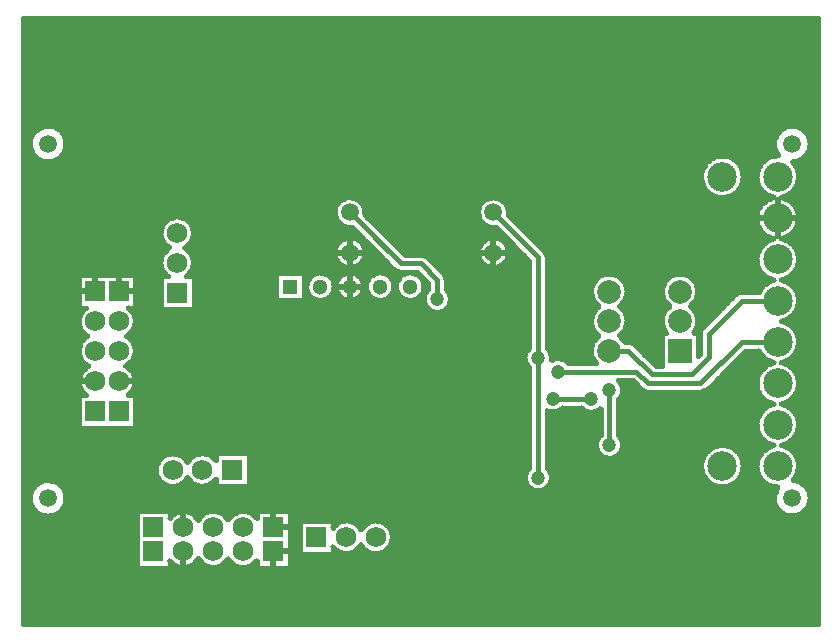
<source format=gbl>
%FSLAX42Y42*%
%MOMM*%
G71*
G01*
G75*
G04 Layer_Physical_Order=2*
%ADD10O,2.00X0.50*%
%ADD11O,0.50X2.00*%
%ADD12R,0.50X2.00*%
%ADD13R,0.80X0.95*%
%ADD14R,0.90X0.95*%
%ADD15R,0.95X0.90*%
%ADD16R,0.95X0.80*%
%ADD17O,2.00X0.60*%
%ADD18R,2.00X0.50*%
%ADD19R,0.91X0.91*%
%ADD20R,1.27X0.91*%
%ADD21R,1.50X1.25*%
%ADD22R,2.30X1.90*%
%ADD23C,0.50*%
%ADD24C,1.75*%
%ADD25R,1.75X1.75*%
%ADD26C,2.50*%
%ADD27C,1.50*%
%ADD28C,2.00*%
%ADD29R,2.00X2.00*%
%ADD30C,1.30*%
%ADD31R,1.30X1.30*%
%ADD32C,1.20*%
%ADD33C,0.45*%
D23*
X7628Y3372D02*
Y3528D01*
Y3372D02*
X7782D01*
X7628Y3217D02*
Y3372D01*
X7472D02*
X7628D01*
X5220Y3080D02*
Y3185D01*
Y3080D02*
X5325D01*
X5115D02*
X5220D01*
Y2975D02*
Y3080D01*
X4005D02*
Y3185D01*
Y3080D02*
X4110D01*
X4005Y2975D02*
Y3080D01*
X3900D02*
X4005D01*
X4005Y2792D02*
Y2888D01*
Y2792D02*
X4100D01*
X3910D02*
X4005D01*
Y2698D02*
Y2792D01*
X2050Y2752D02*
Y2870D01*
Y2752D02*
X2167D01*
X1850D02*
Y2870D01*
X1733Y2752D02*
X1850D01*
X2050Y1990D02*
X2167D01*
X1733D02*
X1850D01*
X3355Y753D02*
Y870D01*
Y753D02*
X3472D01*
X3355Y550D02*
X3472D01*
X3355Y432D02*
Y550D01*
X2595Y753D02*
Y870D01*
Y432D02*
Y550D01*
D24*
X4225Y670D02*
D03*
X3975D02*
D03*
X2542Y2995D02*
D03*
Y3245D02*
D03*
X2755Y1240D02*
D03*
X2505D02*
D03*
X1850Y2498D02*
D03*
Y2248D02*
D03*
Y1990D02*
D03*
X2050D02*
D03*
Y2248D02*
D03*
Y2498D02*
D03*
X2595Y753D02*
D03*
X2850D02*
D03*
X3100D02*
D03*
X2595Y550D02*
D03*
X2850D02*
D03*
X3100D02*
D03*
D25*
X3720Y670D02*
D03*
X2542Y2740D02*
D03*
X3010Y1240D02*
D03*
X1850Y2752D02*
D03*
Y1735D02*
D03*
X2050D02*
D03*
Y2752D02*
D03*
X2340Y753D02*
D03*
X3355D02*
D03*
X2340Y550D02*
D03*
X3355D02*
D03*
D26*
X7157Y3722D02*
D03*
Y1273D02*
D03*
X7628Y1973D02*
D03*
Y1623D02*
D03*
Y1273D02*
D03*
Y3023D02*
D03*
Y2673D02*
D03*
Y2323D02*
D03*
Y3722D02*
D03*
Y3372D02*
D03*
D27*
X7750Y1000D02*
D03*
Y4000D02*
D03*
X1450Y1000D02*
D03*
Y4000D02*
D03*
X5220Y3080D02*
D03*
X4005D02*
D03*
Y3420D02*
D03*
X5220Y3420D02*
D03*
D28*
X6200Y2250D02*
D03*
Y2500D02*
D03*
X6800D02*
D03*
Y2750D02*
D03*
X6200D02*
D03*
D29*
X6800Y2250D02*
D03*
D30*
X4515Y2792D02*
D03*
X4260D02*
D03*
X4005D02*
D03*
X3755D02*
D03*
D31*
X3500D02*
D03*
D32*
X4745Y2685D02*
D03*
X5728Y1840D02*
D03*
X6050D02*
D03*
X6203Y1915D02*
D03*
Y1450D02*
D03*
X5600Y1175D02*
D03*
Y2190D02*
D03*
X5767Y2073D02*
D03*
X4620Y3662D02*
D03*
X4515Y3165D02*
D03*
X4703D02*
D03*
X4953Y2750D02*
D03*
Y1858D02*
D03*
X4620Y970D02*
D03*
X5933Y3322D02*
D03*
X3342Y3073D02*
D03*
X3725Y3127D02*
D03*
D33*
X7903Y4000D02*
G03*
X7635Y3900I-152J0D01*
G01*
X7753Y3848D02*
G03*
X7903Y4000I-3J152D01*
G01*
X7805Y3722D02*
G03*
X7753Y3848I-177J0D01*
G01*
X7657Y3547D02*
G03*
X7805Y3722I-30J175D01*
G01*
Y3372D02*
G03*
X7657Y3547I-177J0D01*
G01*
X7657Y3198D02*
G03*
X7805Y3372I-30J175D01*
G01*
X7635Y3900D02*
G03*
X7598Y3547I-8J-177D01*
G01*
X7335Y3722D02*
G03*
X7335Y3722I-177J0D01*
G01*
X7598Y3547D02*
G03*
X7598Y3198I30J-175D01*
G01*
X7805Y3023D02*
G03*
X7657Y3198I-177J0D01*
G01*
Y2848D02*
G03*
X7805Y3023I-30J175D01*
G01*
Y2673D02*
G03*
X7657Y2848I-177J0D01*
G01*
Y2498D02*
G03*
X7805Y2673I-30J175D01*
G01*
X7598Y3198D02*
G03*
X7598Y2848I30J-175D01*
G01*
Y2848D02*
G03*
X7467Y2748I30J-175D01*
G01*
X7322D02*
G03*
X7269Y2726I0J-75D01*
G01*
X7322Y2748D02*
G03*
X7269Y2726I0J-75D01*
G01*
X5346Y3400D02*
G03*
X5347Y3420I-126J20D01*
G01*
X5675Y3040D02*
G03*
X5653Y3093I-75J0D01*
G01*
X5675Y3040D02*
G03*
X5653Y3093I-75J0D01*
G01*
X5347Y3420D02*
G03*
X5240Y3294I-127J0D01*
G01*
X5347Y3080D02*
G03*
X5347Y3080I-127J0D01*
G01*
X4661Y3041D02*
G03*
X4608Y3062I-53J-53D01*
G01*
X4661Y3041D02*
G03*
X4608Y3062I-53J-53D01*
G01*
X4382Y2934D02*
G03*
X4435Y2912I53J53D01*
G01*
X4382Y2934D02*
G03*
X4435Y2912I53J53D01*
G01*
X6953Y2750D02*
G03*
X6713Y2625I-152J0D01*
G01*
X6887D02*
G03*
X6953Y2750I-87J125D01*
G01*
X6353D02*
G03*
X6113Y2625I-152J0D01*
G01*
X6287D02*
G03*
X6353Y2750I-87J125D01*
G01*
X6953Y2500D02*
G03*
X6887Y2625I-152J0D01*
G01*
X6917Y2402D02*
G03*
X6953Y2500I-117J98D01*
G01*
X6992Y2448D02*
G03*
X6970Y2395I53J-53D01*
G01*
X6713Y2625D02*
G03*
X6683Y2402I87J-125D01*
G01*
X6992Y2448D02*
G03*
X6970Y2395I53J-53D01*
G01*
X6353Y2500D02*
G03*
X6287Y2625I-152J0D01*
G01*
X6113D02*
G03*
X6113Y2375I87J-125D01*
G01*
X6287D02*
G03*
X6353Y2500I-87J125D01*
G01*
X4820Y2850D02*
G03*
X4798Y2903I-75J0D01*
G01*
X4820Y2850D02*
G03*
X4798Y2903I-75J0D01*
G01*
X4858Y2685D02*
G03*
X4820Y2769I-112J0D01*
G01*
X4670D02*
G03*
X4858Y2685I75J-84D01*
G01*
X4633Y2792D02*
G03*
X4633Y2792I-117J0D01*
G01*
X7805Y2323D02*
G03*
X7657Y2498I-177J0D01*
G01*
X7657Y2148D02*
G03*
X7805Y2323I-30J175D01*
G01*
Y1973D02*
G03*
X7657Y2148I-177J0D01*
G01*
X7657Y1798D02*
G03*
X7805Y1973I-30J175D01*
G01*
Y1623D02*
G03*
X7657Y1798I-177J0D01*
G01*
Y1448D02*
G03*
X7805Y1623I-30J175D01*
G01*
X7467Y2248D02*
G03*
X7598Y2148I161J75D01*
G01*
G03*
X7598Y1798I30J-175D01*
G01*
X6972Y1898D02*
G03*
X7026Y1919I0J75D01*
G01*
X6972Y1898D02*
G03*
X7026Y1919I0J75D01*
G01*
X7598Y1798D02*
G03*
X7598Y1448I30J-175D01*
G01*
X7758Y1152D02*
G03*
X7805Y1273I-131J120D01*
G01*
G03*
X7657Y1448I-177J0D01*
G01*
X7903Y1000D02*
G03*
X7758Y1152I-152J0D01*
G01*
X7631Y1095D02*
G03*
X7903Y1000I119J-95D01*
G01*
X7598Y1448D02*
G03*
X7631Y1095I30J-175D01*
G01*
X7335Y1273D02*
G03*
X7335Y1273I-177J0D01*
G01*
X6413Y2303D02*
G03*
X6360Y2325I-53J-53D01*
G01*
X6413Y2303D02*
G03*
X6360Y2325I-53J-53D01*
G01*
X6333D02*
G03*
X6287Y2375I-133J-75D01*
G01*
X6113D02*
G03*
X6087Y2148I87J-125D01*
G01*
X5711Y2170D02*
G03*
X5712Y2190I-111J20D01*
G01*
X5851Y2148D02*
G03*
X5711Y2170I-84J-75D01*
G01*
X5712Y2190D02*
G03*
X5675Y2274I-112J0D01*
G01*
X5525D02*
G03*
X5525Y2106I75J-84D01*
G01*
X6478Y1919D02*
G03*
X6531Y1898I53J53D01*
G01*
X6478Y1919D02*
G03*
X6531Y1898I53J53D01*
G01*
X6315Y1915D02*
G03*
X6279Y1998I-112J0D01*
G01*
X6278Y1831D02*
G03*
X6315Y1915I-75J84D01*
G01*
Y1450D02*
G03*
X6278Y1534I-112J0D01*
G01*
X6128D02*
G03*
X6315Y1450I75J-84D01*
G01*
X5966Y1765D02*
G03*
X6128Y1758I84J75D01*
G01*
X5675Y1741D02*
G03*
X5811Y1765I52J99D01*
G01*
X5712Y1175D02*
G03*
X5675Y1259I-112J0D01*
G01*
X5525D02*
G03*
X5712Y1175I75J-84D01*
G01*
X4131Y3400D02*
G03*
X4133Y3420I-126J20D01*
G01*
G03*
X4025Y3294I-127J0D01*
G01*
X4133Y3080D02*
G03*
X4133Y3080I-127J0D01*
G01*
X4154Y3165D02*
G03*
X4164Y3152I63J40D01*
G01*
X4154Y3165D02*
G03*
X4164Y3152I63J40D01*
G01*
X4378Y2792D02*
G03*
X4378Y2792I-117J0D01*
G01*
X4122D02*
G03*
X4122Y2792I-117J0D01*
G01*
X3872D02*
G03*
X3872Y2792I-117J0D01*
G01*
X2606Y3120D02*
G03*
X2683Y3245I-63J125D01*
G01*
G03*
X2479Y3120I-140J0D01*
G01*
X2683Y2995D02*
G03*
X2606Y3120I-140J0D01*
G01*
X2622Y2880D02*
G03*
X2683Y2995I-80J115D01*
G01*
X2479Y3120D02*
G03*
X2463Y2880I63J-125D01*
G01*
X1602Y4000D02*
G03*
X1602Y4000I-152J0D01*
G01*
X2190Y2498D02*
G03*
X2130Y2612I-140J0D01*
G01*
X2113Y2373D02*
G03*
X2190Y2498I-63J125D01*
G01*
Y2248D02*
G03*
X2113Y2373I-140J0D01*
G01*
X2105Y2119D02*
G03*
X2190Y2248I-55J129D01*
G01*
X2130Y1875D02*
G03*
X2190Y1990I-80J115D01*
G01*
G03*
X2105Y2119I-140J0D01*
G01*
X1770Y2612D02*
G03*
X1787Y2373I80J-115D01*
G01*
G03*
X1795Y2119I63J-125D01*
G01*
Y2119D02*
G03*
X1770Y1875I55J-129D01*
G01*
X4365Y670D02*
G03*
X4100Y733I-140J0D01*
G01*
G03*
X3860Y750I-125J-63D01*
G01*
X3215Y832D02*
G03*
X2975Y816I-115J-80D01*
G01*
X4100Y607D02*
G03*
X4365Y670I125J63D01*
G01*
X3860Y590D02*
G03*
X4100Y607I115J80D01*
G01*
X2975Y487D02*
G03*
X3215Y470I125J63D01*
G01*
X2870Y1320D02*
G03*
X2630Y1303I-115J-80D01*
G01*
Y1177D02*
G03*
X2870Y1160I125J63D01*
G01*
X2630Y1303D02*
G03*
X2630Y1177I-125J-63D01*
G01*
X1602Y1000D02*
G03*
X1602Y1000I-152J0D01*
G01*
X2975Y816D02*
G03*
X2723Y810I-125J-63D01*
G01*
X2723D02*
G03*
X2480Y832I-127J-58D01*
G01*
X2723Y492D02*
G03*
X2975Y487I127J58D01*
G01*
X2480Y470D02*
G03*
X2723Y492I115J80D01*
G01*
X7891Y4057D02*
X7967D01*
X7877Y4084D02*
Y5065D01*
X7901Y4017D02*
X7967D01*
X7816Y4137D02*
X7967D01*
X7901Y3977D02*
X7967D01*
X7863Y3897D02*
X7967D01*
X7804Y3857D02*
X7967D01*
X7777Y3817D02*
X7967D01*
X7797Y4145D02*
Y5065D01*
X7757Y4152D02*
Y5065D01*
X7837Y4125D02*
Y5065D01*
X7717Y4149D02*
Y5065D01*
X7677Y4134D02*
Y5065D01*
X7637Y4103D02*
Y5065D01*
X7597Y3897D02*
Y5065D01*
X7797Y3774D02*
Y3855D01*
X7557Y3886D02*
Y5065D01*
X7517Y3862D02*
Y5065D01*
X7796Y3777D02*
X7967D01*
X7804Y3737D02*
X7967D01*
X7803Y3697D02*
X7967D01*
X7771Y3617D02*
X7967D01*
X7754Y3497D02*
X7967D01*
X7783Y3457D02*
X7967D01*
X7799Y3417D02*
X7967D01*
X7730Y3577D02*
X7967D01*
X7693Y3537D02*
X7967D01*
X7757Y3493D02*
Y3602D01*
X7717Y3526D02*
Y3569D01*
X7797Y3424D02*
Y3671D01*
X7517Y3512D02*
Y3583D01*
X7677Y3543D02*
Y3552D01*
X7557Y3536D02*
Y3559D01*
X7477Y3817D02*
Y5065D01*
X7307Y3817D02*
X7478D01*
X7187Y3897D02*
X7598D01*
X7273Y3857D02*
X7512D01*
X7326Y3777D02*
X7459D01*
X7334Y3737D02*
X7451D01*
X7323Y3657D02*
X7462D01*
X7301Y3617D02*
X7484D01*
X7260Y3577D02*
X7525D01*
X7277Y3853D02*
Y5065D01*
X7237Y3881D02*
Y5065D01*
X7317Y3799D02*
Y5065D01*
X7157Y3900D02*
Y5065D01*
X7197Y3895D02*
Y5065D01*
X7117Y3895D02*
Y5065D01*
X7077Y3881D02*
Y5065D01*
X7333Y3697D02*
X7452D01*
X7037Y3853D02*
Y5065D01*
X6997Y3799D02*
Y5065D01*
X7477Y3467D02*
Y3628D01*
X7437Y2748D02*
Y5065D01*
X7397Y2748D02*
Y5065D01*
X7357Y2748D02*
Y5065D01*
X5342Y3457D02*
X7472D01*
X5347Y3417D02*
X7456D01*
X5270Y3537D02*
X7562D01*
X5321Y3497D02*
X7501D01*
X7317Y2747D02*
Y3646D01*
X7277Y2732D02*
Y3592D01*
X7237Y2694D02*
Y3564D01*
X7037Y2494D02*
Y3592D01*
X6997Y2454D02*
Y3646D01*
X7197Y2654D02*
Y3550D01*
X7157Y2614D02*
Y3545D01*
X7117Y2574D02*
Y3550D01*
X7077Y2534D02*
Y3564D01*
X7802Y3337D02*
X7967D01*
X7788Y3297D02*
X7967D01*
X7763Y3257D02*
X7967D01*
X7714Y3217D02*
X7967D01*
X7714Y3177D02*
X7967D01*
X7802Y3057D02*
X7967D01*
X7805Y3017D02*
X7966D01*
X7799Y2977D02*
X7966D01*
X7763Y3137D02*
X7967D01*
X7783Y2937D02*
X7966D01*
X7757Y3143D02*
Y3252D01*
X7717Y3176D02*
Y3219D01*
X7797Y3074D02*
Y3321D01*
X7677Y3193D02*
Y3202D01*
X7754Y2897D02*
X7966D01*
X7693Y2857D02*
X7966D01*
X7717Y2826D02*
Y2869D01*
X7677Y2843D02*
Y2852D01*
X7793Y2737D02*
X7966D01*
X7803Y2697D02*
X7966D01*
X7804Y2657D02*
X7966D01*
X7730Y2817D02*
X7966D01*
X7771Y2777D02*
X7966D01*
X7796Y2617D02*
X7966D01*
X7777Y2577D02*
X7966D01*
X7743Y2537D02*
X7966D01*
X7657Y2497D02*
X7966D01*
X7743Y2457D02*
X7966D01*
X7797Y2724D02*
Y2971D01*
X7757Y2793D02*
Y2902D01*
X7797Y2374D02*
Y2621D01*
X7777Y2417D02*
X7966D01*
X7757Y2443D02*
Y2552D01*
X7796Y2377D02*
X7966D01*
X7677Y2493D02*
Y2502D01*
X7717Y2476D02*
Y2519D01*
X7517Y3162D02*
Y3233D01*
X5489Y3257D02*
X7492D01*
X7557Y3186D02*
Y3209D01*
X6839Y2897D02*
X7501D01*
X6908Y2857D02*
X7562D01*
X5529Y3217D02*
X7541D01*
X5569Y3177D02*
X7541D01*
X5609Y3137D02*
X7492D01*
X5449Y3297D02*
X7467D01*
X7477Y3117D02*
Y3278D01*
X5369Y3377D02*
X7450D01*
X5409Y3337D02*
X7453D01*
X5673Y3057D02*
X7453D01*
X5675Y3017D02*
X7450D01*
X5675Y2977D02*
X7456D01*
X5649Y3097D02*
X7467D01*
X5675Y2937D02*
X7472D01*
X7557Y2836D02*
Y2859D01*
X7517Y2812D02*
Y2883D01*
X7477Y2767D02*
Y2928D01*
X7322Y2748D02*
X7467D01*
X6937Y2817D02*
X7525D01*
X6950Y2777D02*
X7484D01*
X6952Y2737D02*
X7285D01*
X6943Y2697D02*
X7241D01*
X6992Y2448D02*
X7269Y2726D01*
X6921Y2657D02*
X7201D01*
X6897Y2617D02*
X7161D01*
X6948Y2537D02*
X7081D01*
X6952Y2497D02*
X7041D01*
X6931Y2577D02*
X7121D01*
X6946Y2457D02*
X7001D01*
X5597Y3149D02*
Y5065D01*
X5557Y3189D02*
Y5065D01*
X5637Y3109D02*
Y5065D01*
X5477Y3269D02*
Y5065D01*
X5517Y3229D02*
Y5065D01*
X5437Y3309D02*
Y5065D01*
X5397Y3349D02*
Y5065D01*
X5346Y3400D02*
X5653Y3093D01*
X5334Y3137D02*
X5396D01*
X5346Y3097D02*
X5436D01*
X5317Y3502D02*
Y5065D01*
X5357Y3389D02*
Y5065D01*
X5237Y3546D02*
Y5065D01*
X5277Y3534D02*
Y5065D01*
X5302Y3177D02*
X5356D01*
X5277Y3194D02*
Y3256D01*
X5317Y3162D02*
Y3216D01*
X5237Y3206D02*
Y3294D01*
X6877Y2881D02*
Y5065D01*
X6837Y2898D02*
Y5065D01*
X6917Y2847D02*
Y5065D01*
X6797Y2902D02*
Y5065D01*
X6757Y2896D02*
Y5065D01*
X6717Y2878D02*
Y5065D01*
X6677Y2841D02*
Y5065D01*
X6317Y2847D02*
Y5065D01*
X6237Y2898D02*
Y5065D01*
X6277Y2881D02*
Y5065D01*
X6197Y2902D02*
Y5065D01*
X6157Y2896D02*
Y5065D01*
X6117Y2878D02*
Y5065D01*
X5240Y3294D02*
X5525Y3009D01*
X6077Y2841D02*
Y5065D01*
X5345Y3057D02*
X5476D01*
X5331Y3017D02*
X5516D01*
X5296Y2977D02*
X5525D01*
X5197Y3545D02*
Y5065D01*
X5157Y3531D02*
Y5065D01*
X5117Y3496D02*
Y5065D01*
Y3156D02*
Y3344D01*
X5197Y3205D02*
Y3295D01*
X5157Y3191D02*
Y3309D01*
X4394Y3137D02*
X5106D01*
X4597Y3062D02*
Y5065D01*
X4557Y3062D02*
Y5065D01*
X4517Y3062D02*
Y5065D01*
X4437Y3094D02*
Y5065D01*
X4477Y3062D02*
Y5065D01*
X4434Y3097D02*
X5094D01*
X4634Y3057D02*
X5095D01*
X4469Y3062D02*
X4608D01*
X4357Y3174D02*
Y5065D01*
X4397Y3134D02*
Y5065D01*
X4797Y2904D02*
Y5065D01*
X4837Y2749D02*
Y5065D01*
X4717Y2984D02*
Y5065D01*
X4757Y2944D02*
Y5065D01*
X4724Y2977D02*
X5144D01*
X4764Y2937D02*
X5525D01*
X4684Y3017D02*
X5109D01*
X4661Y3041D02*
X4798Y2903D01*
X4637Y3056D02*
Y5065D01*
X4677Y3024D02*
Y5065D01*
X4357Y2858D02*
Y2959D01*
X4438Y2912D02*
X4576D01*
X4670Y2819D01*
X6337Y2817D02*
X6663D01*
X6350Y2777D02*
X6650D01*
X6239Y2897D02*
X6761D01*
X6308Y2857D02*
X6692D01*
X6917Y2597D02*
Y2653D01*
X6677Y2591D02*
Y2659D01*
X6321Y2657D02*
X6679D01*
X6297Y2617D02*
X6703D01*
X5675Y2897D02*
X6161D01*
X5675Y2857D02*
X6092D01*
X5675Y2817D02*
X6063D01*
X5675Y2777D02*
X6050D01*
X6343Y2697D02*
X6657D01*
X6352Y2737D02*
X6648D01*
X6317Y2597D02*
Y2653D01*
X5675Y2737D02*
X6048D01*
X6331Y2577D02*
X6669D01*
X6928Y2417D02*
X6973D01*
X6953Y2377D02*
X6970D01*
X6917Y2402D02*
X6953D01*
X6647D02*
X6683D01*
X6348Y2537D02*
X6652D01*
X6352Y2497D02*
X6648D01*
X6077Y2591D02*
Y2659D01*
X6346Y2457D02*
X6654D01*
X6328Y2417D02*
X6672D01*
X6291Y2377D02*
X6647D01*
X4803Y2897D02*
X5525D01*
X4820Y2857D02*
X5525D01*
X4820Y2769D02*
Y2850D01*
Y2817D02*
X5525D01*
X4820Y2777D02*
X5525D01*
X4845Y2737D02*
X5525D01*
X4630Y2817D02*
X4670D01*
X4632Y2777D02*
X4670D01*
X4597Y2876D02*
Y2891D01*
X4568Y2897D02*
X4591D01*
X4613Y2857D02*
X4631D01*
X4557Y2902D02*
Y2912D01*
X4477Y2904D02*
Y2912D01*
X4670Y2769D02*
Y2819D01*
X4375Y2817D02*
X4400D01*
X4619Y2737D02*
X4645D01*
X4358Y2857D02*
X4417D01*
X4377Y2777D02*
X4398D01*
X5675Y2657D02*
X6079D01*
X5675Y2697D02*
X6057D01*
X5675Y2617D02*
X6103D01*
X4857Y2697D02*
X5525D01*
X5675Y2577D02*
X6069D01*
X5675Y2537D02*
X6052D01*
X5675Y2497D02*
X6048D01*
X5675Y2457D02*
X6054D01*
X5675Y2417D02*
X6072D01*
X5675Y2377D02*
X6109D01*
X4637Y2718D02*
Y2851D01*
X4364Y2737D02*
X4411D01*
X4854Y2657D02*
X5525D01*
X4835Y2617D02*
X5525D01*
X4584Y2697D02*
X4633D01*
X4778Y2577D02*
X5525D01*
X7804Y2337D02*
X7966D01*
X7803Y2297D02*
X7966D01*
X7793Y2257D02*
X7966D01*
X7771Y2217D02*
X7966D01*
X7730Y2177D02*
X7966D01*
X7783Y2057D02*
X7966D01*
X7799Y2017D02*
X7966D01*
X7805Y1977D02*
X7966D01*
X7693Y2137D02*
X7966D01*
X7754Y2097D02*
X7966D01*
X7757Y2093D02*
Y2202D01*
X7717Y2126D02*
Y2169D01*
X7797Y2024D02*
Y2271D01*
X7802Y1937D02*
X7966D01*
X7677Y2143D02*
Y2152D01*
X7788Y1897D02*
X7966D01*
X7557Y2136D02*
Y2159D01*
X7965Y-65D02*
X7967Y5065D01*
X7957Y-65D02*
Y5065D01*
X7917Y-65D02*
Y5065D01*
X7763Y1857D02*
X7966D01*
X7714Y1817D02*
X7966D01*
X7788Y1697D02*
X7966D01*
X7802Y1657D02*
X7966D01*
X7805Y1617D02*
X7966D01*
X7714Y1777D02*
X7966D01*
X7763Y1737D02*
X7966D01*
X7837Y1125D02*
Y3875D01*
X7797Y1674D02*
Y1921D01*
X7877Y1084D02*
Y3916D01*
X7757Y1743D02*
Y1852D01*
X7717Y1776D02*
Y1819D01*
X7677Y1793D02*
Y1802D01*
X7557Y1786D02*
Y1809D01*
X7517Y2112D02*
Y2183D01*
X7477Y2067D02*
Y2228D01*
X7324Y2217D02*
X7484D01*
X7284Y2177D02*
X7525D01*
X7244Y2137D02*
X7562D01*
X7204Y2097D02*
X7501D01*
X6299Y1857D02*
X7492D01*
X6278Y1817D02*
X7541D01*
X7354Y2248D02*
X7467D01*
X7164Y2057D02*
X7472D01*
X7124Y2017D02*
X7456D01*
X6953Y2337D02*
X6970D01*
X7026Y1919D02*
X7354Y2248D01*
X7084Y1977D02*
X7450D01*
X7044Y1937D02*
X7453D01*
X6314Y1897D02*
X7467D01*
X7517Y1762D02*
Y1833D01*
X7477Y1717D02*
Y1878D01*
X7437Y-65D02*
Y2248D01*
X7397Y-65D02*
Y2248D01*
X7357Y-65D02*
Y2248D01*
X6278Y1777D02*
X7541D01*
X6278Y1737D02*
X7492D01*
X6278Y1697D02*
X7467D01*
X6278Y1657D02*
X7453D01*
X7277Y1403D02*
Y2171D01*
X7237Y1431D02*
Y2131D01*
X7317Y1349D02*
Y2211D01*
X7197Y1445D02*
Y2091D01*
X7157Y1450D02*
Y2051D01*
X7117Y1445D02*
Y2011D01*
X7077Y1431D02*
Y1971D01*
X7037Y1403D02*
Y1931D01*
X6997Y1349D02*
Y1902D01*
X7799Y1577D02*
X7966D01*
X7783Y1537D02*
X7966D01*
X7754Y1497D02*
X7966D01*
X7693Y1457D02*
X7966D01*
X7730Y1417D02*
X7966D01*
X7793Y1337D02*
X7966D01*
X7803Y1297D02*
X7966D01*
X7804Y1257D02*
X7966D01*
X7771Y1377D02*
X7966D01*
X7796Y1217D02*
X7966D01*
X7757Y1393D02*
Y1502D01*
X7717Y1426D02*
Y1469D01*
X7797Y1324D02*
Y1571D01*
X7557Y1436D02*
Y1459D01*
X7517Y1412D02*
Y1483D01*
X7777Y1177D02*
X7966D01*
X7797Y1145D02*
Y1221D01*
X7677Y1443D02*
Y1452D01*
X7816Y1137D02*
X7966D01*
X7867Y1097D02*
X7966D01*
X7891Y1057D02*
X7966D01*
X7901Y1017D02*
X7966D01*
X7901Y977D02*
X7966D01*
X7889Y937D02*
X7965D01*
X7863Y897D02*
X7965D01*
X7804Y857D02*
X7965D01*
X7877Y-65D02*
Y916D01*
X7837Y-65D02*
Y875D01*
X7637Y-65D02*
Y897D01*
X7597Y-65D02*
Y1098D01*
X7557Y-65D02*
Y1109D01*
X7797Y-65D02*
Y855D01*
X7757Y-65D02*
Y848D01*
X7717Y-65D02*
Y851D01*
X7677Y-65D02*
Y866D01*
X6315Y1457D02*
X7562D01*
X6304Y1497D02*
X7501D01*
X7477Y1367D02*
Y1528D01*
X6278Y1617D02*
X7450D01*
X6278Y1537D02*
X7472D01*
X7323Y1337D02*
X7462D01*
X7326Y1217D02*
X7459D01*
X7307Y1177D02*
X7478D01*
X7260Y1417D02*
X7525D01*
X7301Y1377D02*
X7484D01*
X6310Y1417D02*
X7055D01*
X6289Y1377D02*
X7014D01*
X7333Y1297D02*
X7452D01*
X6278Y1577D02*
X7456D01*
X5675Y1337D02*
X6992D01*
X7334Y1257D02*
X7451D01*
X5704Y1217D02*
X6989D01*
X5712Y1177D02*
X7008D01*
X5675Y1297D02*
X6982D01*
X5676Y1257D02*
X6981D01*
X7477Y-65D02*
Y1178D01*
X7317Y-65D02*
Y1196D01*
X7277Y-65D02*
Y1142D01*
X7187Y1097D02*
X7598D01*
X7273Y1137D02*
X7512D01*
X7517Y-65D02*
Y1133D01*
X4362Y697D02*
X7965D01*
X4364Y657D02*
X7965D01*
X7237Y-65D02*
Y1114D01*
X7077Y-65D02*
Y1114D01*
X7037Y-65D02*
Y1142D01*
X5706Y1137D02*
X7042D01*
X6997Y-65D02*
Y1196D01*
X7197Y-65D02*
Y1100D01*
X7157Y-65D02*
Y1095D01*
X5682Y1097D02*
X7128D01*
X7117Y-65D02*
Y1100D01*
X6953Y2297D02*
X6970D01*
Y2224D02*
Y2395D01*
X6957Y2211D02*
Y5065D01*
X6325Y2337D02*
X6647D01*
X6477Y2239D02*
Y5065D01*
X6953Y2257D02*
X6970D01*
X6953Y2217D02*
X6964D01*
X6499D02*
X6647D01*
X6419Y2297D02*
X6647D01*
X6459Y2257D02*
X6647D01*
X6397Y2315D02*
Y5065D01*
X6357Y2325D02*
Y5065D01*
X6437Y2279D02*
Y5065D01*
X6317Y2347D02*
Y2403D01*
X6077Y2341D02*
Y2409D01*
X6333Y2325D02*
X6360D01*
X5709Y2217D02*
X6051D01*
X6953Y2206D02*
Y2402D01*
X6637Y2123D02*
Y5065D01*
X6597Y2123D02*
Y5065D01*
X6517Y2199D02*
Y5065D01*
X6557Y2159D02*
Y5065D01*
X6953Y2206D02*
X6970Y2224D01*
X6539Y2177D02*
X6647D01*
Y2123D02*
Y2402D01*
X6413Y2303D02*
X6594Y2123D01*
X6037Y2148D02*
Y5065D01*
X5997Y2148D02*
Y5065D01*
X5957Y2148D02*
Y5065D01*
X5917Y2148D02*
Y5065D01*
X5877Y2148D02*
Y5065D01*
X5797Y2181D02*
Y5065D01*
X5757Y2185D02*
Y5065D01*
X5837Y2161D02*
Y5065D01*
X5717Y2173D02*
Y5065D01*
X5675Y2337D02*
X6075D01*
X5677Y2272D02*
Y5065D01*
X5675Y2274D02*
Y3040D01*
X5525Y2274D02*
Y3009D01*
X5517Y2266D02*
Y3016D01*
X5675Y2297D02*
X6055D01*
X5690Y2257D02*
X6048D01*
X5477Y-65D02*
Y3056D01*
X5437Y-65D02*
Y3096D01*
X5397Y-65D02*
Y3136D01*
X5357Y-65D02*
Y3176D01*
X5317Y-65D02*
Y2998D01*
X5277Y-65D02*
Y2966D01*
X5237Y-65D02*
Y2954D01*
X5197Y-65D02*
Y2955D01*
X4357Y715D02*
Y2727D01*
X5157Y-65D02*
Y2969D01*
X5077Y-65D02*
Y5065D01*
X5037Y-65D02*
Y5065D01*
X4997Y-65D02*
Y5065D01*
X4957Y-65D02*
Y5065D01*
X4917Y-65D02*
Y5065D01*
X5117Y-65D02*
Y3004D01*
X4877Y-65D02*
Y5065D01*
X4837Y-65D02*
Y2621D01*
X4797Y-65D02*
Y2585D01*
X4757Y-65D02*
Y2573D01*
X4597Y-65D02*
Y2709D01*
X4557Y-65D02*
Y2683D01*
X4477Y-65D02*
Y2681D01*
X4437Y-65D02*
Y2704D01*
X4397Y-65D02*
Y2923D01*
X4717Y-65D02*
Y2576D01*
X4677Y-65D02*
Y2595D01*
X4637Y-65D02*
Y2652D01*
X4517Y-65D02*
Y2675D01*
X6579Y2137D02*
X6647D01*
X6594Y2123D02*
X6647D01*
X6313Y1937D02*
X6460D01*
X6400Y1998D02*
X6478Y1919D01*
X6957Y-65D02*
Y1898D01*
X6917Y-65D02*
Y1898D01*
X6877Y-65D02*
Y1898D01*
X6531D02*
X6972D01*
X6296Y1977D02*
X6420D01*
X6279Y1998D02*
X6400D01*
X6278Y1534D02*
Y1831D01*
X6128Y1534D02*
Y1758D01*
X6117Y1524D02*
Y1750D01*
X6096Y1737D02*
X6128D01*
X6837Y-65D02*
Y1898D01*
X6797Y-65D02*
Y1898D01*
X6757Y-65D02*
Y1898D01*
X6717Y-65D02*
Y1898D01*
X6477Y-65D02*
Y1920D01*
X6677Y-65D02*
Y1898D01*
X6637Y-65D02*
Y1898D01*
X6597Y-65D02*
Y1898D01*
X6557Y-65D02*
Y1898D01*
X6517Y-65D02*
Y1899D01*
X6437Y-65D02*
Y1960D01*
X6397Y-65D02*
Y1998D01*
X6357Y-65D02*
Y1998D01*
X6317Y-65D02*
Y1998D01*
X6117Y-65D02*
Y1376D01*
X6277Y-65D02*
Y1366D01*
X6237Y-65D02*
Y1343D01*
X6197Y-65D02*
Y1338D01*
X6157Y-65D02*
Y1347D01*
X5851Y2148D02*
X6087D01*
X5675Y1697D02*
X6128D01*
X5675Y1657D02*
X6128D01*
X5675Y1617D02*
X6128D01*
X5675Y1577D02*
X6128D01*
X5675Y1537D02*
X6128D01*
X5675Y1497D02*
X6101D01*
X5675Y1417D02*
X6095D01*
X5675Y1377D02*
X6116D01*
X6077Y2148D02*
Y2159D01*
X5808Y2177D02*
X6066D01*
X5811Y1765D02*
X5966D01*
X5712Y2177D02*
X5727D01*
X5525Y1259D02*
Y2106D01*
X5774Y1737D02*
X6004D01*
X5675Y1259D02*
Y1741D01*
Y1457D02*
X6090D01*
X5677Y1257D02*
Y1739D01*
X5957Y-65D02*
Y1765D01*
X5917Y-65D02*
Y1765D01*
X5877Y-65D02*
Y1765D01*
X5837Y-65D02*
Y1765D01*
X5797Y-65D02*
Y1752D01*
X6077Y-65D02*
Y1731D01*
X6037Y-65D02*
Y1728D01*
X5997Y-65D02*
Y1741D01*
X5757Y-65D02*
Y1732D01*
X5717Y-65D02*
Y1728D01*
X5517Y1251D02*
Y2114D01*
X5677Y-65D02*
Y1093D01*
X5517Y-65D02*
Y1099D01*
X5637Y-65D02*
Y1069D01*
X5597Y-65D02*
Y1063D01*
X5557Y-65D02*
Y1071D01*
X4357Y-65D02*
Y625D01*
X4127Y3457D02*
X5098D01*
X4197Y3334D02*
Y5065D01*
X4237Y3294D02*
Y5065D01*
X4055Y3537D02*
X5170D01*
X4106Y3497D02*
X5119D01*
X4234Y3297D02*
X5185D01*
X4194Y3337D02*
X5123D01*
X4274Y3257D02*
X5276D01*
X4132Y3417D02*
X5093D01*
X4154Y3377D02*
X5100D01*
X4117Y3480D02*
Y5065D01*
X4077Y3525D02*
Y5065D01*
X4157Y3374D02*
Y5065D01*
X4037Y3543D02*
Y5065D01*
X3997Y3547D02*
Y5065D01*
X3957Y3538D02*
Y5065D01*
X3917Y3513D02*
Y5065D01*
X2682Y3257D02*
X4061D01*
X4317Y3214D02*
Y5065D01*
X4277Y3254D02*
Y5065D01*
X4131Y3400D02*
X4469Y3062D01*
X4077Y3185D02*
Y3241D01*
X4025Y3294D02*
X4154Y3165D01*
X4314Y3217D02*
X5316D01*
X4354Y3177D02*
X5138D01*
X4117Y3140D02*
Y3201D01*
X2680Y3217D02*
X4101D01*
X3797Y2902D02*
Y5065D01*
X3757Y2910D02*
Y5065D01*
X3837Y2876D02*
Y5065D01*
X3717Y2904D02*
Y5065D01*
X3677Y2881D02*
Y5065D01*
X4037Y3203D02*
Y3281D01*
X3997Y3207D02*
Y3293D01*
X3957Y3198D02*
Y3302D01*
X3917Y3173D02*
Y3327D01*
X1235Y5065D02*
X7967D01*
X1235Y5017D02*
X7967D01*
X1235Y4977D02*
X7967D01*
X1235Y4897D02*
X7967D01*
X1235Y4857D02*
X7967D01*
X1235Y4817D02*
X7967D01*
X1235Y4737D02*
X7967D01*
X1235Y4697D02*
X7967D01*
X1235Y4617D02*
X7967D01*
X1235Y4577D02*
X7967D01*
X1235Y4537D02*
X7967D01*
X1235Y4457D02*
X7967D01*
X1235Y4417D02*
X7967D01*
X1235Y4337D02*
X7967D01*
X1235Y4297D02*
X7967D01*
X1516Y4137D02*
X7684D01*
X1567Y4097D02*
X7633D01*
X1591Y4057D02*
X7609D01*
X1235Y4257D02*
X7967D01*
X1235Y4177D02*
X7967D01*
X1601Y4017D02*
X7599D01*
X1601Y3977D02*
X7599D01*
X1589Y3937D02*
X7611D01*
X1563Y3897D02*
X7128D01*
X1504Y3857D02*
X7042D01*
X1235Y3817D02*
X7008D01*
X1235Y3777D02*
X6989D01*
X1235Y3657D02*
X6992D01*
X1235Y3617D02*
X7014D01*
X1235Y3577D02*
X7055D01*
X1235Y3697D02*
X6982D01*
X1235Y3737D02*
X6981D01*
X1235Y3537D02*
X3955D01*
X1235Y3497D02*
X3904D01*
X1235Y3457D02*
X3883D01*
X2648Y3337D02*
X3908D01*
X2672Y3297D02*
X3970D01*
X1235Y3417D02*
X3878D01*
X2588Y3377D02*
X3885D01*
X4164Y3152D02*
X4382Y2934D01*
X4237Y2908D02*
Y3079D01*
X4197Y2892D02*
Y3119D01*
X4131Y3097D02*
X4219D01*
X4130Y3057D02*
X4259D01*
X4317Y2895D02*
Y2999D01*
X4277Y2909D02*
Y3039D01*
X4313Y2897D02*
X4462D01*
X4116Y3017D02*
X4299D01*
X4081Y2977D02*
X4339D01*
X4119Y3137D02*
X4179D01*
X4087Y3177D02*
X4141D01*
X3997Y2910D02*
Y2953D01*
X4037Y2905D02*
Y2957D01*
X3957Y2900D02*
Y2962D01*
X4103Y2857D02*
X4162D01*
X4157Y2850D02*
Y3160D01*
X4058Y2897D02*
X4207D01*
X4120Y2817D02*
X4145D01*
X4122Y2777D02*
X4143D01*
X4329Y2697D02*
X4446D01*
X4109Y2737D02*
X4156D01*
X4074Y2697D02*
X4191D01*
X4117Y2826D02*
Y3020D01*
X4077Y2885D02*
Y2975D01*
X3917Y2871D02*
Y2987D01*
X3870Y2817D02*
X3890D01*
X3872Y2777D02*
X3888D01*
X3859Y2737D02*
X3901D01*
X3808Y2897D02*
X3952D01*
X2681Y2977D02*
X3929D01*
X3824Y2697D02*
X3936D01*
X2665Y3177D02*
X3923D01*
X2670Y2937D02*
X4379D01*
X2683Y2617D02*
X4655D01*
X2683Y2657D02*
X4636D01*
X2184Y2537D02*
X5525D01*
X2165Y2577D02*
X4712D01*
X2190Y2497D02*
X5525D01*
X2681Y3017D02*
X3894D01*
X2668Y3057D02*
X3880D01*
X2632Y3137D02*
X3891D01*
X2638Y3097D02*
X3879D01*
X3853Y2857D02*
X3907D01*
X3617Y2897D02*
X3702D01*
X3617Y2857D02*
X3657D01*
X3617Y2737D02*
X3651D01*
X3617Y2697D02*
X3686D01*
X2184Y2457D02*
X5525D01*
X2165Y2417D02*
X5525D01*
X2181Y2297D02*
X5525D01*
X2122Y2377D02*
X5525D01*
X2157Y2337D02*
X5525D01*
X2187Y2017D02*
X5525D01*
X2189Y1977D02*
X5525D01*
X2180Y1937D02*
X5525D01*
X2140Y2097D02*
X5525D01*
X2173Y2057D02*
X5525D01*
X2190Y2257D02*
X5510D01*
X2187Y2217D02*
X5491D01*
X2171Y2177D02*
X5488D01*
X2137Y2137D02*
X5501D01*
X2155Y1897D02*
X5525D01*
X2190Y1857D02*
X5525D01*
X2190Y1817D02*
X5525D01*
X2190Y1777D02*
X5525D01*
X2190Y1737D02*
X5525D01*
X3597Y2910D02*
Y5065D01*
X3557Y2910D02*
Y5065D01*
X3517Y2910D02*
Y5065D01*
X3477Y2910D02*
Y5065D01*
X3437Y2910D02*
Y5065D01*
X3397Y2910D02*
Y5065D01*
X3383Y2910D02*
X3617D01*
X2637Y3348D02*
Y5065D01*
X2597Y3374D02*
Y5065D01*
X2677Y3282D02*
Y5065D01*
X2557Y3384D02*
Y5065D01*
X2517Y3383D02*
Y5065D01*
X2637Y3098D02*
Y3142D01*
X2477Y3369D02*
Y5065D01*
X2677Y3032D02*
Y3208D01*
X2437Y3338D02*
Y5065D01*
Y3088D02*
Y3152D01*
X3617Y2675D02*
Y2910D01*
X2677Y2880D02*
Y2958D01*
X3383Y2675D02*
Y2910D01*
X2643Y2897D02*
X3383D01*
X2637Y2880D02*
Y2892D01*
X2683Y2600D02*
Y2880D01*
X2622D02*
X2683D01*
X2402D02*
X2463D01*
X2157Y2892D02*
Y5065D01*
X2117Y2892D02*
Y5065D01*
X2077Y2892D02*
Y5065D01*
X2037Y2892D02*
Y5065D01*
X1997Y2892D02*
Y5065D01*
X2437Y2880D02*
Y2902D01*
X1990Y2892D02*
X2190D01*
Y2612D02*
Y2892D01*
X1957D02*
Y5065D01*
X1917Y2892D02*
Y5065D01*
X1557Y4108D02*
Y5065D01*
X1517Y4137D02*
Y5065D01*
X1597Y4039D02*
Y5065D01*
X1477Y4150D02*
Y5065D01*
X1437Y4152D02*
Y5065D01*
X1397Y4143D02*
Y5065D01*
X1235Y3377D02*
X2497D01*
X1235Y3337D02*
X2437D01*
X1235Y3297D02*
X2413D01*
X1235Y4137D02*
X1384D01*
X1357Y4121D02*
Y5065D01*
X1317Y4075D02*
Y5065D01*
X1235Y4097D02*
X1333D01*
X1235Y4057D02*
X1309D01*
X1235Y4017D02*
X1299D01*
X1235Y3977D02*
X1299D01*
X1235Y3937D02*
X1311D01*
X1235Y3897D02*
X1337D01*
X1235Y3857D02*
X1396D01*
X1235Y3217D02*
X2405D01*
X1235Y3257D02*
X2403D01*
X1235Y3177D02*
X2420D01*
X1235Y3137D02*
X2453D01*
X1235Y3097D02*
X2447D01*
X1235Y3057D02*
X2417D01*
X1235Y3017D02*
X2404D01*
X1235Y2977D02*
X2404D01*
X1235Y2937D02*
X2415D01*
X1235Y2897D02*
X2442D01*
X1877Y2892D02*
Y5065D01*
X1837Y2892D02*
Y5065D01*
X1797Y2892D02*
Y5065D01*
X1757Y2892D02*
Y5065D01*
X1717Y2892D02*
Y5065D01*
X1910Y2892D02*
X1990D01*
X1910D02*
X1990D01*
X1710D02*
X1910D01*
X1710Y2612D02*
Y2892D01*
X3617Y2817D02*
X3640D01*
X2683Y2857D02*
X3383D01*
X2683Y2817D02*
X3383D01*
X2190Y2857D02*
X2402D01*
X2190Y2817D02*
X2402D01*
X3617Y2777D02*
X3638D01*
X2683D02*
X3383D01*
Y2675D02*
X3617D01*
X2683Y2737D02*
X3383D01*
X2683Y2697D02*
X3383D01*
X2190Y2777D02*
X2402D01*
X2190Y2737D02*
X2402D01*
X2190Y2697D02*
X2402D01*
X2190Y2657D02*
X2402D01*
X2190Y2617D02*
X2402D01*
X2130Y2612D02*
X2190D01*
X2402Y2600D02*
X2683D01*
X2402D02*
Y2880D01*
X2130Y1875D02*
X2190D01*
X2157Y2587D02*
Y2612D01*
Y2337D02*
Y2408D01*
Y2080D02*
Y2158D01*
X1757Y2603D02*
Y2612D01*
Y2353D02*
Y2392D01*
X2117Y2113D02*
Y2125D01*
X2157Y1875D02*
Y1900D01*
X1757Y2095D02*
Y2142D01*
Y1875D02*
Y1885D01*
X1710Y2612D02*
X1770D01*
X1717Y2543D02*
Y2612D01*
X1235Y2577D02*
X1735D01*
X1235Y2537D02*
X1716D01*
X1235Y2417D02*
X1735D01*
X1235Y2457D02*
X1716D01*
X1717Y2293D02*
Y2452D01*
X1235Y2377D02*
X1778D01*
X1235Y2337D02*
X1743D01*
X1235Y2857D02*
X1710D01*
X1235Y2817D02*
X1710D01*
X1235Y2777D02*
X1710D01*
X1235Y2737D02*
X1710D01*
X1235Y2697D02*
X1710D01*
X1235Y2657D02*
X1710D01*
X1235Y2617D02*
X1710D01*
X1235Y2497D02*
X1710D01*
X1235Y2297D02*
X1719D01*
X1235Y2257D02*
X1710D01*
X1235Y2217D02*
X1713D01*
X1235Y2177D02*
X1729D01*
X1235Y2137D02*
X1763D01*
X1235Y2097D02*
X1760D01*
X1710Y1875D02*
X1770D01*
X1235Y2057D02*
X1727D01*
X1235Y1897D02*
X1745D01*
X1717Y2035D02*
Y2202D01*
X1235Y2017D02*
X1713D01*
X1717Y1875D02*
Y1945D01*
X1235Y1977D02*
X1711D01*
X1235Y1937D02*
X1720D01*
X1235Y1857D02*
X1710D01*
X1235Y1817D02*
X1710D01*
X1235Y1777D02*
X1710D01*
X1235Y1737D02*
X1710D01*
X4237Y809D02*
Y2677D01*
X3837Y810D02*
Y2709D01*
X4197Y807D02*
Y2693D01*
X3797Y810D02*
Y2683D01*
X3717Y810D02*
Y2681D01*
X3580Y810D02*
X3860D01*
X3757D02*
Y2675D01*
X3997Y808D02*
Y2675D01*
X3495Y857D02*
X7696D01*
X3495Y817D02*
X7965D01*
X3357Y893D02*
Y5065D01*
X3317Y893D02*
Y5065D01*
X3637Y810D02*
Y5065D01*
X3277Y893D02*
Y5065D01*
X3237Y893D02*
Y5065D01*
X3677Y810D02*
Y2704D01*
X3477Y893D02*
Y2675D01*
X3597Y810D02*
Y2675D01*
X3437Y893D02*
Y2675D01*
X3397Y893D02*
Y2675D01*
X4317Y775D02*
Y2690D01*
X4157Y793D02*
Y2735D01*
X4117Y760D02*
Y2759D01*
X4037Y795D02*
Y2680D01*
X4077Y765D02*
Y2700D01*
X4315Y777D02*
X7965D01*
X4277Y800D02*
Y2676D01*
X4065Y777D02*
X4135D01*
X3957Y809D02*
Y2685D01*
X3917Y798D02*
Y2714D01*
X3877Y770D02*
Y5065D01*
X3557Y-65D02*
Y2675D01*
X3517Y-65D02*
Y2675D01*
X3860Y777D02*
X3885D01*
X3860Y750D02*
Y810D01*
X3580Y530D02*
Y810D01*
X3495Y690D02*
Y893D01*
X2190Y1697D02*
X5525D01*
X2190Y1657D02*
X5525D01*
X2190Y1617D02*
X5525D01*
X1235Y1577D02*
X5525D01*
X1235Y1537D02*
X5525D01*
X1235Y1497D02*
X5525D01*
X3150Y1377D02*
X5525D01*
X3150Y1337D02*
X5525D01*
X1235Y1457D02*
X5525D01*
X1235Y1417D02*
X5525D01*
X3117Y1380D02*
Y5065D01*
X3077Y1380D02*
Y5065D01*
X3037Y1380D02*
Y5065D01*
X2997Y1380D02*
Y5065D01*
X2870Y1380D02*
X3150D01*
Y1297D02*
X5525D01*
X3150Y1257D02*
X5524D01*
X3150Y1217D02*
X5496D01*
X3150Y1177D02*
X5488D01*
X3150Y1137D02*
X5494D01*
X1591Y1057D02*
X7609D01*
X1601Y1017D02*
X7599D01*
X1601Y977D02*
X7599D01*
X1567Y1097D02*
X5518D01*
X1589Y937D02*
X7611D01*
X3215Y893D02*
X3495D01*
X3193Y857D02*
X3215D01*
Y832D02*
Y893D01*
X1563Y897D02*
X7637D01*
X3157Y880D02*
Y5065D01*
X3150Y1100D02*
Y1380D01*
X3197Y853D02*
Y5065D01*
X2870Y1100D02*
X3150D01*
X3117Y891D02*
Y1100D01*
X3077Y891D02*
Y1100D01*
X3037Y878D02*
Y1100D01*
X2943Y857D02*
X3007D01*
X2997Y848D02*
Y1100D01*
X4348Y737D02*
X7965D01*
X4355Y617D02*
X7965D01*
X4330Y577D02*
X7965D01*
X4270Y537D02*
X7965D01*
X4080Y577D02*
X4120D01*
X4020Y537D02*
X4180D01*
X3860Y577D02*
X3870D01*
X3860Y537D02*
X3930D01*
X3495Y777D02*
X3580D01*
X3495Y737D02*
X3580D01*
X3495Y697D02*
X3580D01*
X3495Y612D02*
Y690D01*
Y612D02*
Y690D01*
X3860Y530D02*
Y590D01*
X3495Y657D02*
X3580D01*
Y530D02*
X3860D01*
X3495Y617D02*
X3580D01*
X3495Y410D02*
Y612D01*
X4317Y-65D02*
Y565D01*
X4277Y-65D02*
Y540D01*
X4157Y-65D02*
Y547D01*
X4117Y-65D02*
Y580D01*
X4077Y-65D02*
Y575D01*
X4237Y-65D02*
Y531D01*
X4197Y-65D02*
Y533D01*
X4037Y-65D02*
Y545D01*
X3997Y-65D02*
Y532D01*
X3957Y-65D02*
Y531D01*
X3917Y-65D02*
Y542D01*
X3877Y-65D02*
Y570D01*
X3837Y-65D02*
Y530D01*
X3797Y-65D02*
Y530D01*
X3757Y-65D02*
Y530D01*
X3717Y-65D02*
Y530D01*
X3677Y-65D02*
Y530D01*
X3637Y-65D02*
Y530D01*
X3597Y-65D02*
Y530D01*
X3495Y497D02*
X7965D01*
X3495Y577D02*
X3580D01*
X3495Y457D02*
X7965D01*
X3495Y417D02*
X7965D01*
X1235Y377D02*
X7965D01*
X1235Y337D02*
X7965D01*
X1235Y297D02*
X7965D01*
X1235Y257D02*
X7965D01*
X1235Y217D02*
X7965D01*
X1235Y177D02*
X7965D01*
X3495Y537D02*
X3580D01*
X3205Y457D02*
X3215D01*
Y410D02*
Y470D01*
Y410D02*
X3495D01*
X3145Y417D02*
X3215D01*
X2895D02*
X3055D01*
X3477Y-65D02*
Y410D01*
X3437Y-65D02*
Y410D01*
X3397Y-65D02*
Y410D01*
X1235Y137D02*
X7965D01*
X1235Y97D02*
X7965D01*
X1235Y57D02*
X7965D01*
X1235Y17D02*
X7965D01*
X1235Y-23D02*
X7965D01*
X1235Y-63D02*
X7965D01*
X1235Y-65D02*
X7965D01*
X3357D02*
Y410D01*
X3317Y-65D02*
Y410D01*
X3197Y-65D02*
Y450D01*
X3157Y-65D02*
Y422D01*
X3037Y-65D02*
Y425D01*
X3277Y-65D02*
Y410D01*
X3237Y-65D02*
Y410D01*
X3117Y-65D02*
Y411D01*
X3077Y-65D02*
Y412D01*
X2957Y1380D02*
Y5065D01*
X2917Y1380D02*
Y5065D01*
X2877Y1380D02*
Y5065D01*
X2797Y1373D02*
Y5065D01*
X2837Y1353D02*
Y5065D01*
X2781Y1377D02*
X2870D01*
X2855Y1337D02*
X2870D01*
Y1320D02*
Y1380D01*
X2757Y1380D02*
Y5065D01*
X2531Y1377D02*
X2729D01*
X2717Y1375D02*
Y5065D01*
X2677Y1357D02*
Y2600D01*
X2597Y1345D02*
Y2600D01*
X2557Y1370D02*
Y2600D01*
X2397Y1330D02*
Y5065D01*
X2517Y1379D02*
Y2600D01*
X2477Y1377D02*
Y2600D01*
X2605Y1337D02*
X2655D01*
X2190Y1595D02*
Y1875D01*
X2437Y1363D02*
Y2600D01*
X2637Y1316D02*
Y2600D01*
Y886D02*
Y1164D01*
X2850Y1137D02*
X2870D01*
Y1100D02*
Y1160D01*
X2837Y892D02*
Y1127D01*
X2600Y1137D02*
X2660D01*
X2677Y866D02*
Y1123D01*
X2357Y893D02*
Y5065D01*
X2317Y893D02*
Y5065D01*
X2277Y893D02*
Y5065D01*
X2237Y893D02*
Y5065D01*
X2197Y-65D02*
Y5065D01*
X2597Y892D02*
Y1135D01*
X2397Y893D02*
Y1150D01*
X2157Y-65D02*
Y1595D01*
X2117Y-65D02*
Y1595D01*
X2077Y-65D02*
Y1595D01*
X1990D02*
X2190D01*
X1910D02*
X1990D01*
X1910D02*
X1990D01*
X1235Y1377D02*
X2479D01*
X1235Y1337D02*
X2405D01*
X1235Y1297D02*
X2377D01*
X1235Y1257D02*
X2366D01*
X1516Y1137D02*
X2410D01*
X1235Y1217D02*
X2367D01*
X1235Y1177D02*
X2380D01*
X1710Y1595D02*
Y1875D01*
X1477Y1150D02*
Y3850D01*
X1517Y1137D02*
Y3863D01*
X1437Y1152D02*
Y3848D01*
X1397Y1143D02*
Y3857D01*
X1235Y1697D02*
X1710D01*
X1235Y1657D02*
X1710D01*
Y1595D02*
X1910D01*
X1235Y1617D02*
X1710D01*
X1235Y1137D02*
X1384D01*
X2037Y-65D02*
Y1595D01*
X1997Y-65D02*
Y1595D01*
X1957Y-65D02*
Y1595D01*
X1917Y-65D02*
Y1595D01*
X1677Y-65D02*
Y5065D01*
X1877Y-65D02*
Y1595D01*
X1837Y-65D02*
Y1595D01*
X1797Y-65D02*
Y1595D01*
X1757Y-65D02*
Y1595D01*
X1717Y-65D02*
Y1595D01*
X1637Y-65D02*
Y5065D01*
X1597Y1039D02*
Y3961D01*
X1277Y-65D02*
Y5065D01*
X1237Y-65D02*
Y5065D01*
X1235Y-65D02*
Y5065D01*
X1357Y1121D02*
Y3879D01*
X1557Y1108D02*
Y3892D01*
X1317Y1075D02*
Y3925D01*
X2917Y875D02*
Y1100D01*
X2877Y890D02*
Y1100D01*
X2957Y842D02*
Y1100D01*
X2797Y882D02*
Y1107D01*
X2757Y858D02*
Y1100D01*
X2955Y457D02*
X2995D01*
X2700D02*
X2745D01*
X2688Y857D02*
X2757D01*
X2557Y887D02*
Y1110D01*
X2517Y869D02*
Y1101D01*
X2717Y820D02*
Y1105D01*
X2477Y893D02*
Y1103D01*
X2437Y893D02*
Y1117D01*
X2480Y832D02*
Y893D01*
Y857D02*
X2502D01*
X2480Y457D02*
X2490D01*
X2997Y-65D02*
Y455D01*
X2957Y-65D02*
Y460D01*
X2757Y-65D02*
Y445D01*
X2917Y-65D02*
Y427D01*
X2877Y-65D02*
Y413D01*
X2837Y-65D02*
Y411D01*
X2640Y417D02*
X2805D01*
X2797Y-65D02*
Y420D01*
X2717Y-65D02*
Y482D01*
X2677Y-65D02*
Y437D01*
X2637Y-65D02*
Y417D01*
X2480Y410D02*
Y470D01*
X2517Y-65D02*
Y433D01*
X2597Y-65D02*
Y410D01*
X2557Y-65D02*
Y415D01*
X2480Y417D02*
X2550D01*
X2477Y-65D02*
Y410D01*
X2200Y893D02*
X2480D01*
X1504Y857D02*
X2200D01*
Y690D02*
Y893D01*
X1235Y817D02*
X2200D01*
X1235Y777D02*
X2200D01*
X1235Y737D02*
X2200D01*
Y612D02*
Y690D01*
Y612D02*
Y690D01*
X1235Y697D02*
X2200D01*
X1235Y657D02*
X2200D01*
X1235Y1097D02*
X1333D01*
X1235Y1057D02*
X1309D01*
X1235Y1017D02*
X1299D01*
X1235Y977D02*
X1299D01*
X1235Y937D02*
X1311D01*
X1235Y857D02*
X1396D01*
X1235Y897D02*
X1337D01*
X1235Y617D02*
X2200D01*
X1235Y577D02*
X2200D01*
X1235Y537D02*
X2200D01*
Y410D02*
X2480D01*
X2200D02*
Y612D01*
X2437Y-65D02*
Y410D01*
X1235Y497D02*
X2200D01*
X1235Y457D02*
X2200D01*
X2397Y-65D02*
Y410D01*
X2357Y-65D02*
Y410D01*
X2317Y-65D02*
Y410D01*
X2277Y-65D02*
Y410D01*
X2237Y-65D02*
Y410D01*
X1597Y-65D02*
Y961D01*
X1557Y-65D02*
Y892D01*
X1517Y-65D02*
Y863D01*
X1357Y-65D02*
Y879D01*
X1317Y-65D02*
Y925D01*
X1477Y-65D02*
Y850D01*
X1437Y-65D02*
Y848D01*
X1235Y417D02*
X2200D01*
X1397Y-65D02*
Y857D01*
X6972Y1973D02*
X7322Y2323D01*
X7628D01*
X5767Y2073D02*
X6431D01*
X7322Y2673D02*
X7628D01*
X7045Y2395D02*
X7322Y2673D01*
X7045Y2192D02*
Y2395D01*
X6200Y2250D02*
X6360D01*
X6203Y1450D02*
Y1915D01*
X6900Y2048D02*
X7045Y2192D01*
X6562Y2048D02*
X6900D01*
X6531Y1973D02*
X6972D01*
X4608Y2988D02*
X4745Y2850D01*
X4217Y3205D02*
X4435Y2988D01*
X4217Y3205D02*
Y3208D01*
X4745Y2685D02*
Y2850D01*
X4005Y3420D02*
X4438Y2988D01*
X4435D02*
X4608D01*
X5728Y1840D02*
X6050D01*
X6360Y2250D02*
X6562Y2048D01*
X6431Y2073D02*
X6531Y1973D01*
X5220Y3420D02*
X5600Y3040D01*
Y1175D02*
Y3040D01*
M02*

</source>
